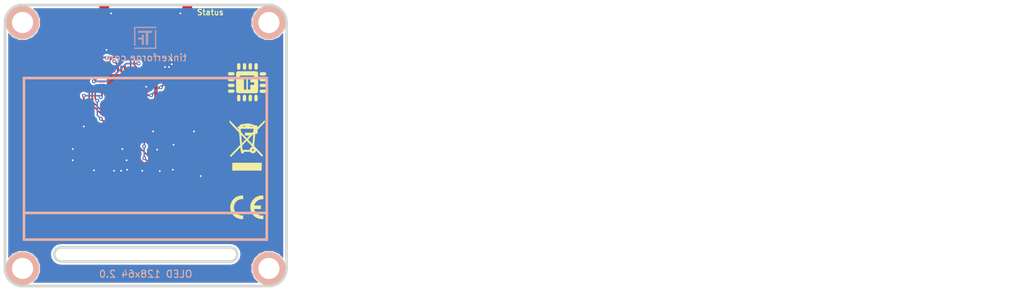
<source format=kicad_pcb>
(kicad_pcb (version 20221018) (generator pcbnew)
  (title_block (title "OLED 128x64") (date "2018-02-21") (rev "2.0") (company "Tinkerforfge GmbH") (comment 1 "Licensed under CERN OHL v.1.1") (comment 2 "Copyright (©) 2018, L.Lauer <lukas@tinkerforge.com>"))
  (layers (0 "F.Cu" signal) (31 "B.Cu" signal) (34 "B.Paste" user) (35 "F.Paste" user) (36 "B.SilkS" user "B.Silkscreen") (37 "F.SilkS" user "F.Silkscreen") (38 "B.Mask" user) (39 "F.Mask" user) (44 "Edge.Cuts" user))
  (net 0 "")
  (net 1 "GND")
  (net 2 "Net-(P1-Pad4)")
  (net 3 "Net-(P1-Pad5)")
  (net 4 "Net-(P1-Pad6)")
  (net 5 "Net-(C7-Pad2)")
  (net 6 "Net-(C10-Pad2)")
  (net 7 "Net-(R1-Pad1)")
  (net 8 "Net-(C8-Pad1)")
  (net 9 "Net-(C8-Pad2)")
  (net 10 "Net-(C11-Pad2)")
  (net 11 "Net-(C10-Pad1)")
  (net 12 "Net-(RP1-Pad5)")
  (net 13 "Net-(RP1-Pad6)")
  (net 14 "Net-(RP1-Pad7)")
  (net 15 "Net-(RP1-Pad8)")
  (net 16 "Net-(P1-Pad1)")
  (net 17 "Net-(U3-Pad7)")
  (net 18 "Net-(U3-Pad20)")
  (net 19 "Net-(C1-Pad1)")
  (net 20 "VCC")
  (net 21 "Net-(D1-Pad2)")
  (net 22 "Net-(P2-Pad1)")
  (net 23 "Net-(P3-Pad2)")
  (net 24 "Net-(R2-Pad1)")
  (net 25 "M-CS")
  (net 26 "DC")
  (net 27 "M-CLK")
  (net 28 "M-MOSI")
  (net 29 "S-MISO")
  (net 30 "S-MOSI")
  (net 31 "S-CLK")
  (net 32 "S-CS")
  (net 33 "Net-(U1-Pad3)")
  (net 34 "Net-(U1-Pad5)")
  (net 35 "Net-(U1-Pad6)")
  (net 36 "Net-(U1-Pad8)")
  (net 37 "Net-(U1-Pad13)")
  (net 38 "Net-(U1-Pad14)")
  (net 39 "Net-(U1-Pad16)")
  (net 40 "Net-(U1-Pad17)")
  (net 41 "Net-(U1-Pad21)")
  (net 42 "OLED_RESET")
  (net 43 "Net-(U1-Pad4)")
  (footprint "kicad-libraries:DRILL_NP" (layer "F.Cu") (at 136.6 124.1)
    (fp_text reference "U4" hide)
    (fp_text value "DRILL" hide)
    (pad "" np_thru_hole circle (at 0 0) (size 2.99974 2.99974) (drill 2.99974) (layers "*.Cu" "*.Mask" "F.SilkS") (clearance 0.89916))
  )
  (footprint "kicad-libraries:DRILL_NP" (layer "F.Cu") (at 171.6 124.1)
    (fp_text reference "U5" hide)
    (fp_text value "DRILL" hide)
    (pad "" np_thru_hole circle (at 0 0) (size 2.99974 2.99974) (drill 2.99974) (layers "*.Cu" "*.Mask" "F.SilkS") (clearance 0.89916))
  )
  (footprint "kicad-libraries:DRILL_NP" (layer "F.Cu") (at 171.6 159.1)
    (fp_text reference "U6" hide)
    (fp_text value "DRILL" hide)
    (pad "" np_thru_hole circle (at 0 0) (size 2.99974 2.99974) (drill 2.99974) (layers "*.Cu" "*.Mask" "F.SilkS") (clearance 0.89916))
  )
  (footprint "kicad-libraries:WEEE_7mm" (layer "F.Cu") (at 168.5 141.6)
    (fp_text reference "G***" hide)
    (fp_text value "LOGO" hide)
  )
  (footprint "kicad-libraries:CE_5mm" (layer "F.Cu") (at 168.5 150.4)
    (fp_text reference "VAL" hide)
    (fp_text value "CE_5mm" hide)
  )
  (footprint "kicad-libraries:Fiducial_Mark" (layer "F.Cu") (at 167.1 123.1)
    (fp_text reference "Fiducial_Mark" hide)
    (fp_text value "VAL**" hide)
    (pad "1" smd circle (at 0 0) (size 1.00076 1.00076) (layers "F.Cu" "F.Mask") (clearance 0.65024))
  )
  (footprint "kicad-libraries:Fiducial_Mark" (layer "F.Cu") (at 141.1 123.1)
    (fp_text reference "Fiducial_Mark" hide)
    (fp_text value "VAL**" hide)
    (pad "1" smd circle (at 0 0) (size 1.00076 1.00076) (layers "F.Cu" "F.Mask") (clearance 0.65024))
  )
  (footprint "kicad-libraries:Fiducial_Mark" (layer "F.Cu") (at 169.6 154.6)
    (fp_text reference "Fiducial_Mark" hide)
    (fp_text value "VAL**" hide)
    (pad "1" smd circle (at 0 0) (size 1.00076 1.00076) (layers "F.Cu" "F.Mask") (clearance 0.65024))
  )
  (footprint "kicad-libraries:0603X4" (layer "F.Cu") (at 149.77 137.74 90)
    (fp_text reference "RP1")
    (fp_text value "2k2")
    (pad "1" smd rect (at 1.19888 -0.8509 90) (size 0.44958 0.89916) (layers "F.Cu" "F.Paste" "F.Mask") (net 25 "M-CS"))
    (pad "2" smd rect (at 0.39878 -0.8509 90) (size 0.44958 0.89916) (layers "F.Cu" "F.Paste" "F.Mask") (net 26 "DC"))
    (pad "3" smd rect (at -0.39878 -0.8509 90) (size 0.44958 0.89916) (layers "F.Cu" "F.Paste" "F.Mask") (net 27 "M-CLK"))
    (pad "4" smd rect (at -1.19888 -0.8509 90) (size 0.44958 0.89916) (layers "F.Cu" "F.Paste" "F.Mask") (net 28 "M-MOSI"))
    (pad "5" smd rect (at -1.19888 0.8509 90) (size 0.44958 0.89916) (layers "F.Cu" "F.Paste" "F.Mask") (net 12 "Net-(RP1-Pad5)"))
    (pad "6" smd rect (at -0.39878 0.8509 90) (size 0.44958 0.89916) (layers "F.Cu" "F.Paste" "F.Mask") (net 13 "Net-(RP1-Pad6)"))
    (pad "7" smd rect (at 0.39878 0.8509 90) (size 0.44958 0.89916) (layers "F.Cu" "F.Paste" "F.Mask") (net 14 "Net-(RP1-Pad7)"))
    (pad "8" smd rect (at 1.19888 0.8509 90) (size 0.44958 0.89916) (layers "F.Cu" "F.Paste" "F.Mask") (net 15 "Net-(RP1-Pad8)"))
  )
  (footprint "kicad-libraries:DRILL_NP" (layer "F.Cu") (at 136.6 159.1)
    (fp_text reference "U7" hide)
    (fp_text value "DRILL" hide)
    (pad "" np_thru_hole circle (at 0 0) (size 2.99974 2.99974) (drill 2.99974) (layers "*.Cu" "*.Mask" "F.SilkS") (clearance 0.89916))
  )
  (footprint "kicad-libraries:ER-CON30HT-1" (layer "F.Cu") (at 154.1 146.6)
    (fp_text reference "U3")
    (fp_text value "OLED013")
    (pad "" smd rect (at -8.79 2.325) (size 2 3) (layers "F.Cu" "F.Paste" "F.Mask"))
    (pad "" smd rect (at 8.79 2.325) (size 2 3) (layers "F.Cu" "F.Paste" "F.Mask"))
    (pad "1" smd rect (at 7.25 -0.2) (size 0.3 1.6) (layers "F.Cu" "F.Paste" "F.Mask") (net 1 "GND"))
    (pad "2" smd rect (at 6.75 -0.2) (size 0.3 1.6) (layers "F.Cu" "F.Paste" "F.Mask") (net 6 "Net-(C10-Pad2)"))
    (pad "3" smd rect (at 6.25 -0.2) (size 0.3 1.6) (layers "F.Cu" "F.Paste" "F.Mask") (net 11 "Net-(C10-Pad1)"))
    (pad "4" smd rect (at 5.75 -0.2) (size 0.3 1.6) (layers "F.Cu" "F.Paste" "F.Mask") (net 9 "Net-(C8-Pad2)"))
    (pad "5" smd rect (at 5.25 -0.2) (size 0.3 1.6) (layers "F.Cu" "F.Paste" "F.Mask") (net 8 "Net-(C8-Pad1)"))
    (pad "6" smd rect (at 4.75 -0.2) (size 0.3 1.6) (layers "F.Cu" "F.Paste" "F.Mask") (net 20 "VCC"))
    (pad "7" smd rect (at 4.25 -0.2) (size 0.3 1.6) (layers "F.Cu" "F.Paste" "F.Mask") (net 17 "Net-(U3-Pad7)"))
    (pad "8" smd rect (at 3.75 -0.2) (size 0.3 1.6) (layers "F.Cu" "F.Paste" "F.Mask") (net 1 "GND"))
    (pad "9" smd rect (at 3.25 -0.2) (size 0.3 1.6) (layers "F.Cu" "F.Paste" "F.Mask") (net 20 "VCC"))
    (pad "10" smd rect (at 2.75 -0.2) (size 0.3 1.6) (layers "F.Cu" "F.Paste" "F.Mask") (net 1 "GND"))
    (pad "11" smd rect (at 2.25 -0.2) (size 0.3 1.6) (layers "F.Cu" "F.Paste" "F.Mask") (net 1 "GND"))
    (pad "12" smd rect (at 1.75 -0.2) (size 0.3 1.6) (layers "F.Cu" "F.Paste" "F.Mask") (net 1 "GND"))
    (pad "13" smd rect (at 1.25 -0.2) (size 0.3 1.6) (layers "F.Cu" "F.Paste" "F.Mask") (net 15 "Net-(RP1-Pad8)"))
    (pad "14" smd rect (at 0.75 -0.2) (size 0.3 1.6) (layers "F.Cu" "F.Paste" "F.Mask") (net 42 "OLED_RESET"))
    (pad "15" smd rect (at 0.25 -0.2) (size 0.3 1.6) (layers "F.Cu" "F.Paste" "F.Mask") (net 14 "Net-(RP1-Pad7)"))
    (pad "16" smd rect (at -0.25 -0.2) (size 0.3 1.6) (layers "F.Cu" "F.Paste" "F.Mask") (net 1 "GND"))
    (pad "17" smd rect (at -0.75 -0.2) (size 0.3 1.6) (layers "F.Cu" "F.Paste" "F.Mask") (net 1 "GND"))
    (pad "18" smd rect (at -1.25 -0.2) (size 0.3 1.6) (layers "F.Cu" "F.Paste" "F.Mask") (net 13 "Net-(RP1-Pad6)"))
    (pad "19" smd rect (at -1.75 -0.2) (size 0.3 1.6) (layers "F.Cu" "F.Paste" "F.Mask") (net 12 "Net-(RP1-Pad5)"))
    (pad "20" smd rect (at -2.25 -0.2) (size 0.3 1.6) (layers "F.Cu" "F.Paste" "F.Mask") (net 18 "Net-(U3-Pad20)"))
    (pad "21" smd rect (at -2.75 -0.2) (size 0.3 1.6) (layers "F.Cu" "F.Paste" "F.Mask") (net 1 "GND"))
    (pad "22" smd rect (at -3.25 -0.2) (size 0.3 1.6) (layers "F.Cu" "F.Paste" "F.Mask") (net 1 "GND"))
    (pad "23" smd rect (at -3.75 -0.2) (size 0.3 1.6) (layers "F.Cu" "F.Paste" "F.Mask") (net 1 "GND"))
    (pad "24" smd rect (at -4.24 -0.2) (size 0.3 1.6) (layers "F.Cu" "F.Paste" "F.Mask") (net 1 "GND"))
    (pad "25" smd rect (at -4.75 -0.2) (size 0.3 1.6) (layers "F.Cu" "F.Paste" "F.Mask") (net 1 "GND"))
    (pad "26" smd rect (at -5.25 -0.2) (size 0.3 1.6) (layers "F.Cu" "F.Paste" "F.Mask") (net 7 "Net-(R1-Pad1)"))
    (pad "27" smd rect (at -5.75 -0.2) (size 0.3 1.6) (layers "F.Cu" "F.Paste" "F.Mask") (net 5 "Net-(C7-Pad2)"))
    (pad "28" smd rect (at -6.25 -0.2) (size 0.3 1.6) (layers "F.Cu" "F.Paste" "F.Mask") (net 10 "Net-(C11-Pad2)"))
    (pad "29" smd rect (at -6.75 -0.2) (size 0.3 1.6) (layers "F.Cu" "F.Paste" "F.Mask") (net 1 "GND"))
    (pad "30" smd rect (at -7.25 -0.2) (size 0.3 1.6) (layers "F.Cu" "F.Paste" "F.Mask") (net 1 "GND"))
  )
  (footprint "kicad-libraries:C0805" (layer "F.Cu") (at 156.15 140.5)
    (fp_text reference "C3")
    (fp_text value "4.7µF/25V")
    (pad "1" smd rect (at -1.00076 0) (size 1.00076 1.24968) (layers "F.Cu" "F.Paste" "F.Mask") (net 1 "GND") (clearance 0.14986))
    (pad "2" smd rect (at 1.00076 0) (size 1.00076 1.24968) (layers "F.Cu" "F.Paste" "F.Mask") (net 20 "VCC") (clearance 0.14986))
  )
  (footprint "kicad-libraries:C0805" (layer "F.Cu") (at 159.95 140.5 180)
    (fp_text reference "C5")
    (fp_text value "4.7µF/25V")
    (pad "1" smd rect (at -1.00076 0 180) (size 1.00076 1.24968) (layers "F.Cu" "F.Paste" "F.Mask") (net 1 "GND") (clearance 0.14986))
    (pad "2" smd rect (at 1.00076 0 180) (size 1.00076 1.24968) (layers "F.Cu" "F.Paste" "F.Mask") (net 20 "VCC") (clearance 0.14986))
  )
  (footprint "kicad-libraries:C0805" (layer "F.Cu") (at 149 142.1 180)
    (fp_text reference "C7")
    (fp_text value "4.7µF/25V")
    (pad "1" smd rect (at -1.00076 0 180) (size 1.00076 1.24968) (layers "F.Cu" "F.Paste" "F.Mask") (net 1 "GND") (clearance 0.14986))
    (pad "2" smd rect (at 1.00076 0 180) (size 1.00076 1.24968) (layers "F.Cu" "F.Paste" "F.Mask") (net 5 "Net-(C7-Pad2)") (clearance 0.14986))
  )
  (footprint "kicad-libraries:C0805" (layer "F.Cu") (at 145.5 142.1)
    (fp_text reference "C9")
    (fp_text value "10µF")
    (pad "1" smd rect (at -1.00076 0) (size 1.00076 1.24968) (layers "F.Cu" "F.Paste" "F.Mask") (net 1 "GND") (clearance 0.14986))
    (pad "2" smd rect (at 1.00076 0) (size 1.00076 1.24968) (layers "F.Cu" "F.Paste" "F.Mask") (net 10 "Net-(C11-Pad2)") (clearance 0.14986))
  )
  (footprint "kicad-libraries:C0805" (layer "F.Cu") (at 156.2 128.2)
    (fp_text reference "C12")
    (fp_text value "10uF")
    (pad "1" smd rect (at -1.00076 0) (size 1.00076 1.24968) (layers "F.Cu" "F.Paste" "F.Mask") (net 20 "VCC") (clearance 0.14986))
    (pad "2" smd rect (at 1.00076 0) (size 1.00076 1.24968) (layers "F.Cu" "F.Paste" "F.Mask") (net 1 "GND") (clearance 0.14986))
  )
  (footprint "kicad-libraries:C0603F" (layer "F.Cu") (at 156.3 129.7)
    (fp_text reference "C13")
    (fp_text value "1uF")
    (pad "1" smd rect (at -0.75 0) (size 0.9 0.9) (layers "F.Cu" "F.Paste" "F.Mask") (net 20 "VCC"))
    (pad "2" smd rect (at 0.75 0) (size 0.9 0.9) (layers "F.Cu" "F.Paste" "F.Mask") (net 1 "GND"))
  )
  (footprint "kicad-libraries:C0603F" (layer "F.Cu") (at 153.44 132.49 -90)
    (fp_text reference "C14")
    (fp_text value "100nF")
    (pad "1" smd rect (at -0.75 0 270) (size 0.9 0.9) (layers "F.Cu" "F.Paste" "F.Mask") (net 20 "VCC"))
    (pad "2" smd rect (at 0.75 0 270) (size 0.9 0.9) (layers "F.Cu" "F.Paste" "F.Mask") (net 1 "GND"))
  )
  (footprint "kicad-libraries:D0603F" (layer "F.Cu") (at 163.18 123.99)
    (fp_text reference "D1")
    (fp_text value "blue")
    (pad "1" smd rect (at -0.75 0) (size 0.9 0.9) (layers "F.Cu" "F.Paste" "F.Mask") (net 20 "VCC"))
    (pad "2" smd rect (at 0.75 0) (size 0.9 0.9) (layers "F.Cu" "F.Paste" "F.Mask") (net 21 "Net-(D1-Pad2)"))
  )
  (footprint "kicad-libraries:CON-SENSOR2" (layer "F.Cu") (at 154.1 121.6 180)
    (fp_text reference "P1")
    (fp_text value "CON-SENSOR2")
    (pad "1" smd rect (at -3.75 -4.6 180) (size 0.6 1.8) (layers "F.Cu" "F.Paste" "F.Mask") (net 16 "Net-(P1-Pad1)"))
    (pad "2" smd rect (at -2.5 -4.6 180) (size 0.6 1.8) (layers "F.Cu" "F.Paste" "F.Mask") (net 1 "GND"))
    (pad "3" smd rect (at -1.25 -4.6 180) (size 0.6 1.8) (layers "F.Cu" "F.Paste" "F.Mask") (net 20 "VCC"))
    (pad "4" smd rect (at 0 -4.6 180) (size 0.6 1.8) (layers "F.Cu" "F.Paste" "F.Mask") (net 2 "Net-(P1-Pad4)"))
    (pad "5" smd rect (at 1.25 -4.6 180) (size 0.6 1.8) (layers "F.Cu" "F.Paste" "F.Mask") (net 3 "Net-(P1-Pad5)"))
    (pad "6" smd rect (at 2.5 -4.6 180) (size 0.6 1.8) (layers "F.Cu" "F.Paste" "F.Mask") (net 4 "Net-(P1-Pad6)"))
    (pad "7" smd rect (at 3.75 -4.6 180) (size 0.6 1.8) (layers "F.Cu" "F.Paste" "F.Mask") (net 19 "Net-(C1-Pad1)"))
    (pad "EP" smd rect (at -5.9 -1.2 180) (size 1.4 2.4) (layers "F.Cu" "F.Paste" "F.Mask") (net 1 "GND"))
    (pad "EP" smd rect (at 5.9 -1.2 180) (size 1.4 2.4) (layers "F.Cu" "F.Paste" "F.Mask") (net 1 "GND"))
  )
  (footprint "kicad-libraries:DEBUG_PAD" (layer "F.Cu") (at 144.43 129.07)
    (fp_text reference "P2")
    (fp_text value "DEBUG")
    (pad "1" smd circle (at 0 0) (size 0.7 0.7) (layers "F.Cu" "F.Paste" "F.Mask") (net 22 "Net-(P2-Pad1)"))
  )
  (footprint "kicad-libraries:SolderJumper" (layer "F.Cu") (at 145.3 137.91 90)
    (fp_text reference "P3")
    (fp_text value "BOOT")
    (pad "1" smd rect (at -0.5 0 90) (size 0.4 1.4) (layers "F.Cu" "F.Mask") (net 1 "GND"))
    (pad "1" smd rect (at -0.225 -0.55 90) (size 0.95 0.3) (layers "F.Cu" "F.Mask") (net 1 "GND"))
    (pad "1" smd rect (at -0.225 0.55 90) (size 0.95 0.3) (layers "F.Cu" "F.Mask") (net 1 "GND"))
    (pad "2" smd rect (at 0.15 0 90) (size 0.6 0.5) (layers "F.Cu" "F.Mask") (net 23 "Net-(P3-Pad2)"))
    (pad "2" smd rect (at 0.55 0 90) (size 0.3 1.4) (layers "F.Cu" "F.Mask") (net 23 "Net-(P3-Pad2)"))
  )
  (footprint "kicad-libraries:R0603F" (layer "F.Cu") (at 163.18 125.33)
    (fp_text reference "R2")
    (fp_text value "1k")
    (pad "1" smd rect (at -0.75 0) (size 0.9 0.9) (layers "F.Cu" "F.Paste" "F.Mask") (net 24 "Net-(R2-Pad1)"))
    (pad "2" smd rect (at 0.75 0) (size 0.9 0.9) (layers "F.Cu" "F.Paste" "F.Mask") (net 21 "Net-(D1-Pad2)"))
  )
  (footprint "kicad-libraries:4X0402" (layer "F.Cu") (at 152.2 128.5 180)
    (fp_text reference "RP2")
    (fp_text value "82")
    (pad "1" smd rect (at -0.7493 0.575) (size 0.29972 0.65) (layers "F.Cu" "F.Paste" "F.Mask") (net 2 "Net-(P1-Pad4)"))
    (pad "2" smd rect (at -0.24892 0.575) (size 0.29972 0.65) (layers "F.Cu" "F.Paste" "F.Mask") (net 3 "Net-(P1-Pad5)"))
    (pad "3" smd rect (at 0.24892 0.575) (size 0.29972 0.65) (layers "F.Cu" "F.Paste" "F.Mask") (net 4 "Net-(P1-Pad6)"))
    (pad "4" smd rect (at 0.7493 0.575) (size 0.29972 0.65) (layers "F.Cu" "F.Paste" "F.Mask") (net 19 "Net-(C1-Pad1)"))
    (pad "5" smd rect (at 0.7493 -0.575 180) (size 0.29972 0.65) (layers "F.Cu" "F.Paste" "F.Mask") (net 29 "S-MISO"))
    (pad "6" smd rect (at 0.24892 -0.575 180) (size 0.29972 0.65) (layers "F.Cu" "F.Paste" "F.Mask") (net 30 "S-MOSI"))
    (pad "7" smd rect (at -0.24892 -0.575 180) (size 0.29972 0.65) (layers "F.Cu" "F.Paste" "F.Mask") (net 31 "S-CLK"))
    (pad "8" smd rect (at -0.7493 -0.575 180) (size 0.29972 0.65) (layers "F.Cu" "F.Paste" "F.Mask") (net 32 "S-CS"))
  )
  (footprint "kicad-libraries:QFN24-4x4mm-0.5mm" (layer "F.Cu") (at 149.89 132.74 90)
    (fp_text reference "U1")
    (fp_text value "XMC130024")
    (pad "1" smd oval (at -2.025 -1.25 90) (size 1 0.3) (layers "F.Cu" "F.Paste" "F.Mask") (net 28 "M-MOSI"))
    (pad "2" smd oval (at -2.025 -0.75 90) (size 1 0.3) (layers "F.Cu" "F.Paste" "F.Mask") (net 42 "OLED_RESET"))
    (pad "3" smd oval (at -2.025 -0.25 90) (size 1 0.3) (layers "F.Cu" "F.Paste" "F.Mask") (net 33 "Net-(U1-Pad3)"))
    (pad "4" smd oval (at -2.025 0.25 90) (size 1 0.3) (layers "F.Cu" "F.Paste" "F.Mask") (net 43 "Net-(U1-Pad4)"))
    (pad "5" smd oval (at -2.025 0.75 90) (size 1 0.3) (layers "F.Cu" "F.Paste" "F.Mask") (net 34 "Net-(U1-Pad5)"))
    (pad "6" smd oval (at -2.025 1.25 90) (size 1 0.3) (layers "F.Cu" "F.Paste" "F.Mask") (net 35 "Net-(U1-Pad6)"))
    (pad "7" smd oval (at -1.25 2.025 180) (size 1 0.3) (layers "F.Cu" "F.Paste" "F.Mask") (net 24 "Net-(R2-Pad1)"))
    (pad "8" smd oval (at -0.75 2.025 180) (size 1 0.3) (layers "F.Cu" "F.Paste" "F.Mask") (net 36 "Net-(U1-Pad8)"))
    (pad "9" smd oval (at -0.25 2.025 180) (size 1 0.3) (layers "F.Cu" "F.Paste" "F.Mask") (net 1 "GND"))
    (pad "10" smd oval (at 0.25 2.025 180) (size 1 0.3) (layers "F.Cu" "F.Paste" "F.Mask") (net 20 "VCC"))
    (pad "11" smd oval (at 0.75 2.025 180) (size 1 0.3) (layers "F.Cu" "F.Paste" "F.Mask") (net 31 "S-CLK"))
    (pad "12" smd oval (at 1.25 2.025 180) (size 1 0.3) (layers "F.Cu" "F.Paste" "F.Mask") (net 30 "S-MOSI"))
    (pad "13" smd oval (at 2.025 1.25 90) (size 1 0.3) (layers "F.Cu" "F.Paste" "F.Mask") (net 37 "Net-(U1-Pad13)"))
    (pad "14" smd oval (at 2.025 0.75 90) (size 1 0.3) (layers "F.Cu" "F.Paste" "F.Mask") (net 38 "Net-(U1-Pad14)"))
    (pad "15" smd oval (at 2.025 0.25 90) (size 1 0.3) (layers "F.Cu" "F.Paste" "F.Mask") (net 22 "Net-(P2-Pad1)"))
    (pad "16" smd oval (at 2.025 -0.25 90) (size 1 0.3) (layers "F.Cu" "F.Paste" "F.Mask") (net 39 "Net-(U1-Pad16)"))
    (pad "17" smd oval (at 2.025 -0.75 90) (size 1 0.3) (layers "F.Cu" "F.Paste" "F.Mask") (net 40 "Net-(U1-Pad17)"))
    (pad "18" smd oval (at 2.025 -1.25 90) (size 1 0.3) (layers "F.Cu" "F.Paste" "F.Mask") (net 29 "S-MISO"))
    (pad "19" smd oval (at 1.25 -2.025 180) (size 1 0.3) (layers "F.Cu" "F.Paste" "F.Mask") (net 26 "DC"))
    (pad "20" smd oval (at 0.75 -2.025 180) (size 1 0.3) (layers "F.Cu" "F.Paste" "F.Mask") (net 32 "S-CS"))
    (pad "21" smd oval (at 0.25 -2.025 180) (size 1 0.3) (layers "F.Cu" "F.Paste" "F.Mask") (net 41 "Net-(U1-Pad21)"))
    (pad "22" smd oval (at -0.25 -2.025 180) (size 1 0.3) (layers "F.Cu" "F.Paste" "F.Mask") (net 25 "M-CS"))
    (pad "23" smd oval (at -0.75 -2.025 180) (size 1 0.3) (layers "F.Cu" "F.Paste" "F.Mask") (net 27 "M-CLK"))
    (pad "24" smd oval (at -1.25 -2.025 180) (size 1 0.3) (layers "F.Cu" "F.Paste" "F.Mask") (net 23 "Net-(P3-Pad2)"))
    (pad "EXP" smd rect (at -0.65 -0.65 90) (size 1.3 1.3) (layers "F.Cu" "F.Paste" "F.Mask") (net 1 "GND"))
    (pad "EXP" smd rect (at -0.65 0.65 90) (size 1.3 1.3) (layers "F.Cu" "F.Paste" "F.Mask") (net 1 "GND"))
    (pad "EXP" smd rect (at 0.65 -0.65 90) (size 1.3 1.3) (layers "F.Cu" "F.Paste" "F.Mask") (net 1 "GND"))
    (pad "EXP" smd rect (at 0.65 0.65 90) (size 1.3 1.3) (layers "F.Cu" "F.Paste" "F.Mask") (net 1 "GND"))
  )
  (footprint "kicad-libraries:Logo_CoMCU" (layer "F.Cu") (at 168.5 132.6)
    (fp_text reference "G***" hide)
    (fp_text value "LOGO" hide)
  )
  (footprint "kicad-libraries:C0402F" (layer "F.Cu") (at 149.8 128 180)
    (fp_text reference "C1")
    (fp_text value "220pF")
    (pad "1" smd rect (at -0.5 0 180) (size 0.6 0.7) (layers "F.Cu" "F.Paste" "F.Mask") (net 19 "Net-(C1-Pad1)"))
    (pad "2" smd rect (at 0.5 0 180) (size 0.6 0.7) (layers "F.Cu" "F.Paste" "F.Mask") (net 1 "GND"))
  )
  (footprint "kicad-libraries:C0603F" (layer "F.Cu") (at 156.5 143.05 -90)
    (fp_text reference "C4")
    (fp_text value "100nF")
    (pad "1" smd rect (at -0.75 0 270) (size 0.9 0.9) (layers "F.Cu" "F.Paste" "F.Mask") (net 1 "GND"))
    (pad "2" smd rect (at 0.75 0 270) (size 0.9 0.9) (layers "F.Cu" "F.Paste" "F.Mask") (net 20 "VCC"))
  )
  (footprint "kicad-libraries:C0603F" (layer "F.Cu") (at 158.25 143.05 -90)
    (fp_text reference "C6")
    (fp_text value "100nF")
    (pad "1" smd rect (at -0.75 0 270) (size 0.9 0.9) (layers "F.Cu" "F.Paste" "F.Mask") (net 1 "GND"))
    (pad "2" smd rect (at 0.75 0 270) (size 0.9 0.9) (layers "F.Cu" "F.Paste" "F.Mask") (net 20 "VCC"))
  )
  (footprint "kicad-libraries:C0603F" (layer "F.Cu") (at 160.3 143.05 -90)
    (fp_text reference "C8")
    (fp_text value "1µF")
    (pad "1" smd rect (at -0.75 0 270) (size 0.9 0.9) (layers "F.Cu" "F.Paste" "F.Mask") (net 8 "Net-(C8-Pad1)"))
    (pad "2" smd rect (at 0.75 0 270) (size 0.9 0.9) (layers "F.Cu" "F.Paste" "F.Mask") (net 9 "Net-(C8-Pad2)"))
  )
  (footprint "kicad-libraries:C0603F" (layer "F.Cu") (at 161.8 143.05 90)
    (fp_text reference "C10")
    (fp_text value "1µF")
    (pad "1" smd rect (at -0.75 0 90) (size 0.9 0.9) (layers "F.Cu" "F.Paste" "F.Mask") (net 11 "Net-(C10-Pad1)"))
    (pad "2" smd rect (at 0.75 0 90) (size 0.9 0.9) (layers "F.Cu" "F.Paste" "F.Mask") (net 6 "Net-(C10-Pad2)"))
  )
  (footprint "kicad-libraries:C0603F" (layer "F.Cu") (at 145.4 143.7)
    (fp_text reference "C11")
    (fp_text value "100nF")
    (pad "1" smd rect (at -0.75 0) (size 0.9 0.9) (layers "F.Cu" "F.Paste" "F.Mask") (net 1 "GND"))
    (pad "2" smd rect (at 0.75 0) (size 0.9 0.9) (layers "F.Cu" "F.Paste" "F.Mask") (net 10 "Net-(C11-Pad2)"))
  )
  (footprint "kicad-libraries:R0603F" (layer "F.Cu") (at 149.7 143.7)
    (fp_text reference "R1")
    (fp_text value "390k")
    (pad "1" smd rect (at -0.75 0) (size 0.9 0.9) (layers "F.Cu" "F.Paste" "F.Mask") (net 7 "Net-(R1-Pad1)"))
    (pad "2" smd rect (at 0.75 0) (size 0.9 0.9) (layers "F.Cu" "F.Paste" "F.Mask") (net 1 "GND"))
  )
  (footprint "kicad-libraries:Logo_31x31" (layer "B.Cu") (at 155.6 124.7 180)
    (fp_text reference "G***" hide)
    (fp_text value "LOGO" hide)
  )
  (gr_line (start 171.3 155) (end 171.3 151.2) (stroke (width 0.381)) (layer "B.SilkS"))
  (gr_line (start 171.3 132) (end 171.3 151.2) (stroke (width 0.381)) (layer "B.SilkS"))
  (gr_line (start 136.8 151.2) (end 136.8 132) (stroke (width 0.381)) (layer "B.SilkS"))
  (gr_line (start 136.8 151.2) (end 136.8 155) (stroke (width 0.381)) (layer "B.SilkS"))
  (gr_line (start 136.8 155) (end 171.3 155) (stroke (width 0.381)) (layer "B.SilkS"))
  (gr_line (start 171.3 151.2) (end 136.8 151.2) (stroke (width 0.381)) (layer "B.SilkS"))
  (gr_line (start 136.8 132) (end 171.3 132) (stroke (width 0.381)) (layer "B.SilkS"))
  (gr_line (start 166.1 158.1) (end 142.1 158.1) (stroke (width 0.381)) (layer "Edge.Cuts"))
  (gr_arc (start 166.1 156.1) (mid 166.807107 156.392893) (end 167.1 157.1) (stroke (width 0.381)) (layer "Edge.Cuts"))
  (gr_line (start 171.6 121.6) (end 136.6 121.6) (stroke (width 0.381)) (layer "Edge.Cuts"))
  (gr_arc (start 134.1 124.1) (mid 134.832233 122.332233) (end 136.6 121.6) (stroke (width 0.381)) (layer "Edge.Cuts"))
  (gr_line (start 134.1 124.1) (end 134.1 159.1) (stroke (width 0.381)) (layer "Edge.Cuts"))
  (gr_arc (start 171.6 121.6) (mid 173.367767 122.332233) (end 174.1 124.1) (stroke (width 0.381)) (layer "Edge.Cuts"))
  (gr_arc (start 142.1 158.1) (mid 141.392893 157.807107) (end 141.1 157.1) (stroke (width 0.381)) (layer "Edge.Cuts"))
  (gr_arc (start 167.1 157.1) (mid 166.807107 157.807107) (end 166.1 158.1) (stroke (width 0.381)) (layer "Edge.Cuts"))
  (gr_line (start 136.6 161.6) (end 171.6 161.6) (stroke (width 0.381)) (layer "Edge.Cuts"))
  (gr_line (start 174.1 159.1) (end 174.1 124.1) (stroke (width 0.381)) (layer "Edge.Cuts"))
  (gr_line (start 142.1 156.1) (end 166.1 156.1) (stroke (width 0.381)) (layer "Edge.Cuts"))
  (gr_arc (start 136.6 161.6) (mid 134.832233 160.867767) (end 134.1 159.1) (stroke (width 0.381)) (layer "Edge.Cuts"))
  (gr_arc (start 141.1 157.1) (mid 141.392893 156.392893) (end 142.1 156.1) (stroke (width 0.381)) (layer "Edge.Cuts"))
  (gr_arc (start 174.1 159.1) (mid 173.367767 160.867767) (end 171.6 161.6) (stroke (width 0.381)) (layer "Edge.Cuts"))
  (gr_text "tinkerforge.com" (at 154.1 129.1) (layer "B.SilkS") (effects (font (size 1 1)) (justify mirror)))
  (gr_text "OLED 128x64 2.0" (at 154.1 159.9) (layer "B.SilkS") (effects (font (size 1 1)) (justify mirror)))
  (gr_text "Status" (at 163.28 122.65) (layer "F.SilkS") (effects (font (size 0.8 0.8))))
  (segment (start 149.35 145.45) (end 149.6 145.2) (width 0.254) (layer "F.Cu") (net 1))
  (segment (start 149.86 145.46) (end 149.6 145.2) (width 0.254) (layer "F.Cu") (net 1))
  (segment (start 150.35 145.45) (end 150.6 145.2) (width 0.254) (layer "F.Cu") (net 1))
  (segment (start 150.85 145.45) (end 150.6 145.2) (width 0.254) (layer "F.Cu") (net 1))
  (segment (start 151.35 145.15) (end 151.45 145.05) (width 0.254) (layer "F.Cu") (net 1))
  (segment (start 153.35 145.45) (end 153.6 145.2) (width 0.254) (layer "F.Cu") (net 1))
  (segment (start 153.85 145.45) (end 153.6 145.2) (width 0.254) (layer "F.Cu") (net 1))
  (segment (start 156.35 145.5) (end 156.1 145.25) (width 0.254) (layer "F.Cu") (net 1))
  (segment (start 156.85 145.65) (end 156.45 145.25) (width 0.254) (layer "F.Cu") (net 1))
  (segment (start 156.45 145.25) (end 156.1 145.25) (width 0.254) (layer "F.Cu") (net 1))
  (segment (start 155.85 145.5) (end 156.1 145.25) (width 0.254) (layer "F.Cu") (net 1))
  (segment (start 157.85 145.15) (end 157.95 145.05) (width 0.254) (layer "F.Cu") (net 1))
  (segment (start 161.35 146.2) (end 161.6 145.95) (width 0.254) (layer "F.Cu") (net 1))
  (segment (start 161.6 145.95) (end 161.9 145.95) (width 0.254) (layer "F.Cu") (net 1))
  (segment (start 158.25 141.7) (end 158.05 141.5) (width 0.5) (layer "F.Cu") (net 1))
  (segment (start 156.6 127.69924) (end 157.10076 128.2) (width 0.55) (layer "F.Cu") (net 1))
  (segment (start 157.20076 129.54924) (end 157.05 129.7) (width 0.55) (layer "F.Cu") (net 1))
  (segment (start 157.54 129.7) (end 157.78 129.46) (width 0.55) (layer "F.Cu") (net 1))
  (segment (start 157.79 130.03) (end 157.46 129.7) (width 0.55) (layer "F.Cu") (net 1))
  (segment (start 157.05 130.08) (end 157.4 130.43) (width 0.55) (layer "F.Cu") (net 1))
  (segment (start 157.05 130.22) (end 156.84 130.43) (width 0.55) (layer "F.Cu") (net 1))
  (segment (start 157.4 130.42) (end 157.79 130.03) (width 0.55) (layer "F.Cu") (net 1))
  (segment (start 157.79 129.47) (end 157.78 129.46) (width 0.55) (layer "F.Cu") (net 1))
  (segment (start 156.84 129.91) (end 157.05 129.7) (width 0.55) (layer "F.Cu") (net 1))
  (segment (start 152.61 132.99) (end 152.86 133.24) (width 0.2) (layer "F.Cu") (net 1))
  (segment (start 152.86 133.24) (end 153.44 133.24) (width 0.2) (layer "F.Cu") (net 1))
  (segment (start 150.94 132.99) (end 150.54 133.39) (width 0.2) (layer "F.Cu") (net 1))
  (segment (start 149.24 133.39) (end 149.24 132.09) (width 0.2) (layer "F.Cu") (net 1))
  (segment (start 155.14924 139.60076) (end 155.15 139.6) (width 0.55) (layer "F.Cu") (net 1))
  (segment (start 160.95076 139.60076) (end 160.95 139.6) (width 0.55) (layer "F.Cu") (net 1))
  (segment (start 147.35 145.515688) (end 147.134312 145.3) (width 0.25) (layer "F.Cu") (net 1))
  (segment (start 147.134312 145.3) (end 146.99 145.3) (width 0.25) (layer "F.Cu") (net 1))
  (segment (start 146.99 145.3) (end 146.85 145.44) (width 0.25) (layer "F.Cu") (net 1))
  (segment (start 146.85 145.44) (end 146.85 146.4) (width 0.25) (layer "F.Cu") (net 1))
  (segment (start 146.85 145.23) (end 146.76 145.14) (width 0.25) (layer "F.Cu") (net 1))
  (segment (start 155.7201 142.1999) (end 155.72 142.2) (width 0.55) (layer "F.Cu") (net 1))
  (segment (start 144.75 138.35) (end 144.81 138.41) (width 0.2) (layer "F.Cu") (net 1))
  (segment (start 144.81 138.41) (end 145.75 138.41) (width 0.2) (layer "F.Cu") (net 1))
  (segment (start 145.75 138.41) (end 145.87 138.29) (width 0.2) (layer "F.Cu") (net 1))
  (segment (start 145.87 138.29) (end 145.87 138.1) (width 0.2) (layer "F.Cu") (net 1))
  (segment (start 145.87 138.1) (end 145.85 138.135) (width 0.2) (layer "F.Cu") (net 1))
  (segment (start 156.35 146.4) (end 156.35 145.5) (width 0.254) (layer "F.Cu") (net 1))
  (segment (start 160 122.8) (end 159.02 122.8) (width 0.55) (layer "F.Cu") (net 1))
  (segment (start 149.86 146.4) (end 149.86 145.46) (width 0.254) (layer "F.Cu") (net 1))
  (segment (start 144.5499 143.7) (end 143.72 143.7) (width 0.55) (layer "F.Cu") (net 1))
  (segment (start 161.35 146.4) (end 161.35 146.2) (width 0.254) (layer "F.Cu") (net 1))
  (segment (start 150.54 133.39) (end 149.24 133.39) (width 0.2) (layer "F.Cu") (net 1))
  (segment (start 150.00076 142.1) (end 150.78 142.1) (width 0.55) (layer "F.Cu") (net 1))
  (segment (start 160.95076 140.5) (end 160.95076 139.60076) (width 0.55) (layer "F.Cu") (net 1))
  (segment (start 155.85 146.4) (end 155.85 145.5) (width 0.254) (layer "F.Cu") (net 1))
  (segment (start 148.2 122.8) (end 149.18 122.8) (width 0.55) (layer "F.Cu") (net 1))
  (segment (start 157.05 129.7) (end 157.46 129.7) (width 0.55) (layer "F.Cu") (net 1))
  (segment (start 150.85 146.4) (end 150.85 145.45) (width 0.254) (layer "F.Cu") (net 1))
  (segment (start 151.35 146.4) (end 151.35 145.15) (width 0.254) (layer "F.Cu") (net 1))
  (segment (start 157.4 130.43) (end 157.4 130.42) (width 0.55) (layer "F.Cu") (net 1))
  (segment (start 149.15 128) (end 148.52 128) (width 0.55) (layer "F.Cu") (net 1))
  (segment (start 151.915 132.99) (end 152.61 132.99) (width 0.2) (layer "F.Cu") (net 1))
  (segment (start 157.79 130.03) (end 157.79 129.47) (width 0.55) (layer "F.Cu") (net 1))
  (segment (start 147.35 146.4) (end 147.35 145.515688) (width 0.25) (layer "F.Cu") (net 1))
  (segment (start 156.5 142.1999) (end 155.7201 142.1999) (width 0.55) (layer "F.Cu") (net 1))
  (segment (start 157.05 130.22) (end 157.05 129.7) (width 0.55) (layer "F.Cu") (net 1))
  (segment (start 149.35 145.45) (end 149.35 146.4) (width 0.254) (layer "F.Cu") (net 1))
  (segment (start 145.3 138.41) (end 145.3 138.9) (width 0.2) (layer "F.Cu") (net 1))
  (segment (start 153.85 146.4) (end 153.85 145.45) (width 0.254) (layer "F.Cu") (net 1))
  (segment (start 150.35 145.45) (end 150.35 146.4) (width 0.254) (layer "F.Cu") (net 1))
  (segment (start 157.85 146.4) (end 157.85 145.15) (width 0.254) (layer "F.Cu") (net 1))
  (segment (start 150.5501 143.7) (end 151.38 143.7) (width 0.55) (layer "F.Cu") (net 1))
  (segment (start 155.14924 140.5) (end 155.14924 139.60076) (width 0.55) (layer "F.Cu") (net 1))
  (segment (start 151.915 132.99) (end 150.94 132.99) (width 0.2) (layer "F.Cu") (net 1))
  (segment (start 144.49924 142.1) (end 143.72 142.1) (width 0.55) (layer "F.Cu") (net 1))
  (segment (start 157.20076 128.2) (end 157.20076 129.54924) (width 0.55) (layer "F.Cu") (net 1))
  (segment (start 156.84 130.43) (end 156.84 129.91) (width 0.55) (layer "F.Cu") (net 1))
  (segment (start 158.25 142.1999) (end 158.25 141.7) (width 0.5) (layer "F.Cu") (net 1))
  (segment (start 150.54 132.09) (end 149.24 132.09) (width 0.2) (layer "F.Cu") (net 1))
  (segment (start 156.85 146.4) (end 156.85 145.65) (width 0.254) (layer "F.Cu") (net 1))
  (segment (start 153.44 133.24) (end 154.17 133.24) (width 0.55) (layer "F.Cu") (net 1))
  (segment (start 144.75 138.135) (end 144.75 138.35) (width 0.2) (layer "F.Cu") (net 1))
  (segment (start 157.54 129.7) (end 157.05 129.7) (width 0.55) (layer "F.Cu") (net 1))
  (segment (start 156.6 126.2) (end 156.6 127.69924) (width 0.55) (layer "F.Cu") (net 1))
  (segment (start 153.35 145.45) (end 153.35 146.4) (width 0.254) (layer "F.Cu") (net 1))
  (segment (start 146.85 145.44) (end 146.85 145.23) (width 0.25) (layer "F.Cu") (net 1))
  (segment (start 156.84 130.43) (end 157.4 130.43) (width 0.55) (layer "F.Cu") (net 1))
  (via (at 155.72 142.2) (size 0.55) (drill 0.25) (layers "F.Cu" "B.Cu") (net 1))
  (via (at 145.3 138.9) (size 0.55) (drill 0.25) (layers "F.Cu" "B.Cu") (net 1))
  (via (at 156.1 145.25) (size 0.55) (drill 0.25) (layers "F.Cu" "B.Cu") (net 1))
  (via (at 156.84 130.43) (size 0.55) (drill 0.25) (layers "F.Cu" "B.Cu") (net 1))
  (via (at 160.95 139.6) (size 0.55) (drill 0.25) (layers "F.Cu" "B.Cu") (net 1))
  (via (at 154.17 133.24) (size 0.55) (drill 0.25) (layers "F.Cu" "B.Cu") (net 1))
  (via (at 143.72 143.7) (size 0.55) (drill 0.25) (layers "F.Cu" "B.Cu") (net 1))
  (via (at 143.72 142.1) (size 0.55) (drill 0.25) (layers "F.Cu" "B.Cu") (net 1))
  (via (at 157.79 130.03) (size 0.55) (drill 0.25) (layers "F.Cu" "B.Cu") (net 1))
  (via (at 155.15 139.6) (size 0.55) (drill 0.25) (layers "F.Cu" "B.Cu") (net 1))
  (via (at 153.6 145.2) (size 0.55) (drill 0.25) (layers "F.Cu" "B.Cu") (net 1))
  (via (at 148.52 128) (size 0.55) (drill 0.25) (layers "F.Cu" "B.Cu") (net 1))
  (via (at 157.95 145.05) (size 0.55) (drill 0.25) (layers "F.Cu" "B.Cu") (net 1))
  (via (at 149.6 145.2) (size 0.55) (drill 0.25) (layers "F.Cu" "B.Cu") (net 1))
  (via (at 161.9 145.95) (size 0.55) (drill 0.25) (layers "F.Cu" "B.Cu") (net 1))
  (via (at 158.05 141.5) (size 0.55) (drill 0.25) (layers "F.Cu" "B.Cu") (net 1))
  (via (at 150.78 142.1) (size 0.55) (drill 0.25) (layers "F.Cu" "B.Cu") (net 1))
  (via (at 149.18 122.8) (size 0.55) (drill 0.25) (layers "F.Cu" "B.Cu") (net 1))
  (via (at 151.45 145.05) (size 0.55) (drill 0.25) (layers "F.Cu" "B.Cu") (net 1))
  (via (at 159.02 122.8) (size 0.55) (drill 0.25) (layers "F.Cu" "B.Cu") (net 1))
  (via (at 150.6 145.2) (size 0.55) (drill 0.25) (layers "F.Cu" "B.Cu") (net 1))
  (via (at 151.38 143.7) (size 0.55) (drill 0.25) (layers "F.Cu" "B.Cu") (net 1))
  (via (at 157.78 129.46) (size 0.55) (drill 0.25) (layers "F.Cu" "B.Cu") (net 1))
  (via (at 146.76 145.14) (size 0.55) (drill 0.25) (layers "F.Cu" "B.Cu") (net 1))
  (via (at 157.4 130.43) (size 0.55) (drill 0.25) (layers "F.Cu" "B.Cu") (net 1))
  (segment (start 154.1 126.63) (end 153.34 127.39) (width 0.2) (layer "F.Cu") (net 2))
  (segment (start 153.34 127.39) (end 153.13 127.39) (width 0.2) (layer "F.Cu") (net 2))
  (segment (start 153.13 127.39) (end 152.9493 127.5707) (width 0.2) (layer "F.Cu") (net 2))
  (segment (start 152.9493 127.5707) (end 152.9493 127.925) (width 0.2) (layer "F.Cu") (net 2))
  (segment (start 154.1 126.2) (end 154.1 126.63) (width 0.2) (layer "F.Cu") (net 2))
  (segment (start 152.85 127.08) (end 152.44892 127.48108) (width 0.2) (layer "F.Cu") (net 3))
  (segment (start 152.44892 127.48108) (end 152.44892 127.925) (width 0.2) (layer "F.Cu") (net 3))
  (segment (start 152.85 126.2) (end 152.85 127.08) (width 0.2) (layer "F.Cu") (net 3))
  (segment (start 151.6 127.1) (end 151.95108 127.45108) (width 0.2) (layer "F.Cu") (net 4))
  (segment (start 151.95108 127.45108) (end 151.95108 127.925) (width 0.2) (layer "F.Cu") (net 4))
  (segment (start 151.6 126.2) (end 151.6 127.1) (width 0.2) (layer "F.Cu") (net 4))
  (segment (start 148.35 145.25) (end 147.8 144.7) (width 0.25) (layer "F.Cu") (net 5))
  (segment (start 147.8 144.7) (end 147.8 142.29924) (width 0.25) (layer "F.Cu") (net 5))
  (segment (start 147.8 142.29924) (end 147.99924 142.1) (width 0.254) (layer "F.Cu") (net 5))
  (segment (start 148.35 146.4) (end 148.35 145.25) (width 0.254) (layer "F.Cu") (net 5))
  (segment (start 160.85 145.494002) (end 161.094002 145.25) (width 0.254) (layer "F.Cu") (net 6))
  (segment (start 161.094002 145.25) (end 162.15 145.25) (width 0.254) (layer "F.Cu") (net 6))
  (segment (start 162.15 145.25) (end 162.65 144.75) (width 0.254) (layer "F.Cu") (net 6))
  (segment (start 162.65 144.75) (end 162.65 143.0499) (width 0.254) (layer "F.Cu") (net 6))
  (segment (start 162.65 143.0499) (end 161.8 142.1999) (width 0.254) (layer "F.Cu") (net 6))
  (segment (start 160.85 146.4) (end 160.85 145.494002) (width 0.254) (layer "F.Cu") (net 6))
  (segment (start 148.85 143.7001) (end 148.8499 143.7) (width 0.254) (layer "F.Cu") (net 7))
  (segment (start 148.85 146.4) (end 148.85 143.7001) (width 0.254) (layer "F.Cu") (net 7))
  (segment (start 159.35 144.95) (end 159.35 144.95) (width 0.254) (layer "F.Cu") (net 8))
  (segment (start 159.35 144.95) (end 159.35 143.2499) (width 0.254) (layer "F.Cu") (net 8))
  (segment (start 159.35 143.2499) (end 160.1 142.4999) (width 0.254) (layer "F.Cu") (net 8))
  (segment (start 159.35 146.4) (end 159.35 144.95) (width 0.254) (layer "F.Cu") (net 8))
  (segment (start 159.85 145.05) (end 160 144.9) (width 0.254) (layer "F.Cu") (net 9))
  (segment (start 160 144.9) (end 160 143.9501) (width 0.254) (layer "F.Cu") (net 9))
  (segment (start 159.85 146.4) (end 159.85 145.05) (width 0.254) (layer "F.Cu") (net 9))
  (segment (start 147.85 145.45) (end 146.2501 143.8501) (width 0.25) (layer "F.Cu") (net 10))
  (segment (start 146.2501 143.8501) (end 146.2501 143.7) (width 0.254) (layer "F.Cu") (net 10))
  (segment (start 146.2501 142.35066) (end 146.50076 142.1) (width 0.254) (layer "F.Cu") (net 10))
  (segment (start 146.2501 143.7) (end 146.2501 142.35066) (width 0.254) (layer "F.Cu") (net 10))
  (segment (start 147.85 146.4) (end 147.85 145.45) (width 0.254) (layer "F.Cu") (net 10))
  (segment (start 160.35 145.35) (end 160.9 144.8) (width 0.254) (layer "F.Cu") (net 11))
  (segment (start 160.9 144.8) (end 161.45 144.8) (width 0.254) (layer "F.Cu") (net 11))
  (segment (start 161.45 144.8) (end 161.8 144.45) (width 0.254) (layer "F.Cu") (net 11))
  (segment (start 161.8 144.45) (end 161.8 143.9001) (width 0.254) (layer "F.Cu") (net 11))
  (segment (start 160.35 146.4) (end 160.35 145.35) (width 0.254) (layer "F.Cu") (net 11))
  (segment (start 151.28888 138.93888) (end 152.01 139.66) (width 0.2) (layer "F.Cu") (net 12))
  (segment (start 152.01 139.66) (end 152.01 143.34) (width 0.2) (layer "F.Cu") (net 12))
  (segment (start 152.01 143.34) (end 152.35 143.68) (width 0.2) (layer "F.Cu") (net 12))
  (segment (start 152.35 143.68) (end 152.35 146.4) (width 0.2) (layer "F.Cu") (net 12))
  (segment (start 150.6209 138.93888) (end 151.28888 138.93888) (width 0.2) (layer "F.Cu") (net 12))
  (segment (start 151.24878 138.13878) (end 152.41 139.3) (width 0.2) (layer "F.Cu") (net 13))
  (segment (start 152.41 139.3) (end 152.41 142.84) (width 0.2) (layer "F.Cu") (net 13))
  (segment (start 152.41 142.84) (end 152.85 143.28) (width 0.2) (layer "F.Cu") (net 13))
  (segment (start 152.85 143.28) (end 152.85 146.4) (width 0.2) (layer "F.Cu") (net 13))
  (segment (start 150.6209 138.13878) (end 151.24878 138.13878) (width 0.2) (layer "F.Cu") (net 13))
  (segment (start 154.35 144.65) (end 153.3 143.6) (width 0.2) (layer "F.Cu") (net 14))
  (segment (start 153.3 143.6) (end 153.3 142.84) (width 0.2) (layer "F.Cu") (net 14))
  (segment (start 153.3 142.84) (end 152.81 142.35) (width 0.2) (layer "F.Cu") (net 14))
  (segment (start 152.81 142.35) (end 152.81 138.94) (width 0.2) (layer "F.Cu") (net 14))
  (segment (start 152.81 138.94) (end 151.21122 137.34122) (width 0.2) (layer "F.Cu") (net 14))
  (segment (start 151.21122 137.34122) (end 150.6209 137.34122) (width 0.2) (layer "F.Cu") (net 14))
  (segment (start 154.35 146.4) (end 154.35 144.65) (width 0.2) (layer "F.Cu") (net 14))
  (segment (start 155.35 144) (end 153.22 141.87) (width 0.2) (layer "F.Cu") (net 15))
  (segment (start 153.22 141.87) (end 153.22 138.52) (width 0.2) (layer "F.Cu") (net 15))
  (segment (start 153.22 138.52) (end 151.24112 136.54112) (width 0.2) (layer "F.Cu") (net 15))
  (segment (start 151.24112 136.54112) (end 150.6209 136.54112) (width 0.2) (layer "F.Cu") (net 15))
  (segment (start 155.35 146.4) (end 155.35 144) (width 0.2) (layer "F.Cu") (net 15))
  (segment (start 150.35 127.9) (end 150.45 128) (width 0.2) (layer "F.Cu") (net 19))
  (segment (start 151.3757 128) (end 151.4507 127.925) (width 0.2) (layer "F.Cu") (net 19))
  (segment (start 150.35 126.2) (end 150.35 127.9) (width 0.2) (layer "F.Cu") (net 19))
  (segment (start 150.45 128) (end 151.3757 128) (width 0.2) (layer "F.Cu") (net 19))
  (segment (start 158.85 144.95) (end 158.25 144.35) (width 0.254) (layer "F.Cu") (net 20))
  (segment (start 158.25 144.35) (end 158.25 143.9001) (width 0.254) (layer "F.Cu") (net 20))
  (segment (start 158.25 143.7) (end 159.15 142.8) (width 0.254) (layer "F.Cu") (net 20))
  (segment (start 159.15 142.8) (end 159.15 140.70076) (width 0.254) (layer "F.Cu") (net 20))
  (segment (start 159.15 140.70076) (end 158.94924 140.5) (width 0.254) (layer "F.Cu") (net 20))
  (segment (start 157.35 145.5) (end 156.5 144.65) (width 0.254) (layer "F.Cu") (net 20))
  (segment (start 156.5 144.65) (end 156.5 143.9001) (width 0.254) (layer "F.Cu") (net 20))
  (segment (start 156.6499 143.9001) (end 157.35 143.2) (width 0.254) (layer "F.Cu") (net 20))
  (segment (start 157.35 143.2) (end 157.35 140.69924) (width 0.254) (layer "F.Cu") (net 20))
  (segment (start 157.35 140.69924) (end 157.15076 140.5) (width 0.254) (layer "F.Cu") (net 20))
  (segment (start 158.1 139.55076) (end 157.15076 140.5) (width 0.5) (layer "F.Cu") (net 20))
  (segment (start 158.1 139.65076) (end 158.94924 140.5) (width 0.5) (layer "F.Cu") (net 20))
  (segment (start 155.35 127.94924) (end 155.09924 128.2) (width 0.55) (layer "F.Cu") (net 20))
  (segment (start 155.19924 128.79924) (end 155.55 129.15) (width 0.55) (layer "F.Cu") (net 20))
  (segment (start 155.55 129.15) (end 155.55 129.7) (width 0.55) (layer "F.Cu") (net 20))
  (segment (start 153.09 132.49) (end 153.44 132.14) (width 0.2) (layer "F.Cu") (net 20))
  (segment (start 153.44 132.14) (end 153.44 131.74) (width 0.2) (layer "F.Cu") (net 20))
  (segment (start 153.44 130.77) (end 154.51 129.7) (width 0.25) (layer "F.Cu") (net 20))
  (segment (start 154.51 129.7) (end 155.55 129.7) (width 0.25) (layer "F.Cu") (net 20))
  (segment (start 155.55 136.28) (end 158.1 138.83) (width 0.5) (layer "F.Cu") (net 20))
  (segment (start 158.1 138.83) (end 158.1 139.55076) (width 0.5) (layer "F.Cu") (net 20))
  (segment (start 155.55 130.64) (end 155.55 136.28) (width 0.5) (layer "F.Cu") (net 20))
  (segment (start 155.62 130.64) (end 156.09 131.11) (width 0.25) (layer "F.Cu") (net 20))
  (segment (start 156.09 131.11) (end 158.12 131.11) (width 0.25) (layer "F.Cu") (net 20))
  (segment (start 158.12 131.11) (end 161 128.23) (width 0.25) (layer "F.Cu") (net 20))
  (segment (start 161 128.23) (end 161 124.67) (width 0.25) (layer "F.Cu") (net 20))
  (segment (start 161 124.67) (end 161.68 123.99) (width 0.25) (layer "F.Cu") (net 20))
  (segment (start 161.68 123.99) (end 162.43 123.99) (width 0.25) (layer "F.Cu") (net 20))
  (segment (start 156.5 143.9001) (end 156.6499 143.9001) (width 0.254) (layer "F.Cu") (net 20))
  (segment (start 157.35 146.4) (end 157.35 145.5) (width 0.254) (layer "F.Cu") (net 20))
  (segment (start 158.1 139.55076) (end 158.1 139.65076) (width 0.5) (layer "F.Cu") (net 20))
  (segment (start 151.915 132.49) (end 153.09 132.49) (width 0.2) (layer "F.Cu") (net 20))
  (segment (start 155.55 129.7) (end 155.55 130.64) (width 0.5) (layer "F.Cu") (net 20))
  (segment (start 158.85 146.4) (end 158.85 144.95) (width 0.254) (layer "F.Cu") (net 20))
  (segment (start 155.35 126.2) (end 155.35 127.94924) (width 0.55) (layer "F.Cu") (net 20))
  (segment (start 155.19924 128.2) (end 155.19924 128.79924) (width 0.55) (layer "F.Cu") (net 20))
  (segment (start 158.25 143.9001) (end 158.25 143.7) (width 0.254) (layer "F.Cu") (net 20))
  (segment (start 155.55 130.64) (end 155.62 130.64) (width 0.25) (layer "F.Cu") (net 20))
  (segment (start 153.44 131.74) (end 153.44 130.77) (width 0.25) (layer "F.Cu") (net 20))
  (segment (start 163.93 123.99) (end 163.93 125.33) (width 0.25) (layer "F.Cu") (net 21))
  (segment (start 150.14 130.11) (end 149.65 129.62) (width 0.25) (layer "F.Cu") (net 22))
  (segment (start 148.56 129.11) (end 148.53 129.08) (width 0.25) (layer "F.Cu") (net 22))
  (segment (start 148.53 129.08) (end 144.45 129.08) (width 0.25) (layer "F.Cu") (net 22))
  (segment (start 150.14 130.715) (end 150.14 130.11) (width 0.25) (layer "F.Cu") (net 22))
  (via (at 149.65 129.62) (size 0.55) (drill 0.25) (layers "F.Cu" "B.Cu") (net 22))
  (via (at 148.56 129.11) (size 0.55) (drill 0.25) (layers "F.Cu" "B.Cu") (net 22))
  (segment (start 149.65 129.62) (end 149.14 129.11) (width 0.25) (layer "B.Cu") (net 22))
  (segment (start 149.14 129.11) (end 148.56 129.11) (width 0.25) (layer "B.Cu") (net 22))
  (segment (start 147.865 134.565) (end 147.71 134.72) (width 0.25) (layer "F.Cu") (net 23))
  (segment (start 145.3 134.51) (end 145.3 134.52) (width 0.25) (layer "F.Cu") (net 23))
  (segment (start 145.3 134.52) (end 145.3 137.36) (width 0.25) (layer "F.Cu") (net 23))
  (segment (start 147.865 133.99) (end 147.865 134.565) (width 0.25) (layer "F.Cu") (net 23))
  (segment (start 145.3 137.36) (end 145.3 137.76) (width 0.25) (layer "F.Cu") (net 23))
  (via (at 147.71 134.72) (size 0.55) (drill 0.25) (layers "F.Cu" "B.Cu") (net 23))
  (via (at 145.3 134.51) (size 0.55) (drill 0.25) (layers "F.Cu" "B.Cu") (net 23))
  (segment (start 147.71 134.72) (end 147.5 134.51) (width 0.25) (layer "B.Cu") (net 23))
  (segment (start 147.5 134.51) (end 145.3 134.51) (width 0.25) (layer "B.Cu") (net 23))
  (segment (start 152.57 133.99) (end 153.04 134.46) (width 0.25) (layer "F.Cu") (net 24))
  (segment (start 153.04 134.46) (end 154.87 134.46) (width 0.25) (layer "F.Cu") (net 24))
  (segment (start 156.24 133.34) (end 157.92 131.66) (width 0.25) (layer "F.Cu") (net 24))
  (segment (start 157.92 131.66) (end 158.46 131.66) (width 0.25) (layer "F.Cu") (net 24))
  (segment (start 158.46 131.66) (end 162.43 127.69) (width 0.25) (layer "F.Cu") (net 24))
  (segment (start 162.43 127.69) (end 162.43 125.33) (width 0.25) (layer "F.Cu") (net 24))
  (segment (start 151.915 133.99) (end 152.57 133.99) (width 0.25) (layer "F.Cu") (net 24))
  (via (at 154.87 134.46) (size 0.55) (drill 0.25) (layers "F.Cu" "B.Cu") (net 24))
  (via (at 156.24 133.34) (size 0.55) (drill 0.25) (layers "F.Cu" "B.Cu") (net 24))
  (segment (start 154.87 134.46) (end 155.99 133.34) (width 0.25) (layer "B.Cu") (net 24))
  (segment (start 155.99 133.34) (end 156.24 133.34) (width 0.25) (layer "B.Cu") (net 24))
  (segment (start 147.721122 136.54112) (end 146.490002 135.31) (width 0.2) (layer "F.Cu") (net 25))
  (segment (start 146.490002 135.31) (end 146.490002 133.489998) (width 0.2) (layer "F.Cu") (net 25))
  (segment (start 146.490002 133.489998) (end 146.99 132.99) (width 0.2) (layer "F.Cu") (net 25))
  (segment (start 146.99 132.99) (end 147.865 132.99) (width 0.2) (layer "F.Cu") (net 25))
  (segment (start 148.9191 136.54112) (end 147.721122 136.54112) (width 0.2) (layer "F.Cu") (net 25))
  (segment (start 147.99122 137.34122) (end 147.52 136.87) (width 0.2) (layer "F.Cu") (net 26))
  (segment (start 146.27 135.61) (end 146.07 135.41) (width 0.2) (layer "F.Cu") (net 26))
  (segment (start 146.07 135.41) (end 146.07 132.3) (width 0.2) (layer "F.Cu") (net 26))
  (segment (start 146.07 132.3) (end 146.88 131.49) (width 0.2) (layer "F.Cu") (net 26))
  (segment (start 146.88 131.49) (end 147.865 131.49) (width 0.2) (layer "F.Cu") (net 26))
  (segment (start 147.52 136.86) (end 146.27 135.61) (width 0.2) (layer "F.Cu") (net 26))
  (segment (start 148.9191 137.34122) (end 147.99122 137.34122) (width 0.2) (layer "F.Cu") (net 26))
  (segment (start 147.52 136.87) (end 147.52 136.86) (width 0.2) (layer "F.Cu") (net 26))
  (segment (start 148.06878 138.13878) (end 147.73 137.8) (width 0.2) (layer "F.Cu") (net 27))
  (segment (start 147.22 135.22) (end 146.92 134.92) (width 0.2) (layer "F.Cu") (net 27))
  (segment (start 146.92 134.92) (end 146.92 133.71) (width 0.2) (layer "F.Cu") (net 27))
  (segment (start 146.92 133.71) (end 147.14 133.49) (width 0.2) (layer "F.Cu") (net 27))
  (segment (start 147.14 133.49) (end 147.865 133.49) (width 0.2) (layer "F.Cu") (net 27))
  (segment (start 148.9191 138.13878) (end 148.06878 138.13878) (width 0.2) (layer "F.Cu") (net 27))
  (via (at 147.73 137.8) (size 0.55) (drill 0.25) (layers "F.Cu" "B.Cu") (net 27))
  (via (at 147.22 135.22) (size 0.55) (drill 0.25) (layers "F.Cu" "B.Cu") (net 27))
  (segment (start 147.73 137.8) (end 147.22 137.29) (width 0.2) (layer "B.Cu") (net 27))
  (segment (start 147.22 137.29) (end 147.22 135.22) (width 0.2) (layer "B.Cu") (net 27))
  (segment (start 149.50112 138.93888) (end 149.76 138.68) (width 0.2) (layer "F.Cu") (net 28))
  (segment (start 149.76 138.68) (end 149.76 136.24) (width 0.2) (layer "F.Cu") (net 28))
  (segment (start 149.76 136.24) (end 149.46 135.94) (width 0.2) (layer "F.Cu") (net 28))
  (segment (start 149.46 135.94) (end 148.82 135.94) (width 0.2) (layer "F.Cu") (net 28))
  (segment (start 148.82 135.94) (end 148.64 135.76) (width 0.2) (layer "F.Cu") (net 28))
  (segment (start 148.64 135.76) (end 148.64 134.765) (width 0.2) (layer "F.Cu") (net 28))
  (segment (start 148.9191 138.93888) (end 149.50112 138.93888) (width 0.2) (layer "F.Cu") (net 28))
  (segment (start 149.425 129.075) (end 148.64 129.86) (width 0.2) (layer "F.Cu") (net 29))
  (segment (start 148.64 129.86) (end 148.64 130.715) (width 0.2) (layer "F.Cu") (net 29))
  (segment (start 151.4507 129.075) (end 149.425 129.075) (width 0.2) (layer "F.Cu") (net 29))
  (segment (start 151.95108 131.45392) (end 151.915 131.49) (width 0.2) (layer "F.Cu") (net 30))
  (segment (start 151.95108 129.075) (end 151.95108 131.45392) (width 0.2) (layer "F.Cu") (net 30))
  (segment (start 152.51 131.99) (end 152.73 131.77) (width 0.2) (layer "F.Cu") (net 31))
  (segment (start 152.73 131.77) (end 152.73 130.37) (width 0.2) (layer "F.Cu") (net 31))
  (segment (start 152.73 130.37) (end 152.44892 130.08892) (width 0.2) (layer "F.Cu") (net 31))
  (segment (start 152.44892 130.08892) (end 152.44892 129.075) (width 0.2) (layer "F.Cu") (net 31))
  (segment (start 151.915 131.99) (end 152.51 131.99) (width 0.2) (layer "F.Cu") (net 31))
  (segment (start 147.21 131.99) (end 146.73 132.47) (width 0.25) (layer "F.Cu") (net 32))
  (segment (start 153.1 129.94) (end 152.9493 129.7893) (width 0.25) (layer "F.Cu") (net 32))
  (segment (start 152.9493 129.7893) (end 152.9493 129.075) (width 0.25) (layer "F.Cu") (net 32))
  (segment (start 147.865 131.99) (end 147.21 131.99) (width 0.25) (layer "F.Cu") (net 32))
  (via (at 153.1 129.94) (size 0.55) (drill 0.25) (layers "F.Cu" "B.Cu") (net 32))
  (via (at 146.73 132.47) (size 0.55) (drill 0.25) (layers "F.Cu" "B.Cu") (net 32))
  (segment (start 146.73 132.47) (end 148.8 132.47) (width 0.25) (layer "B.Cu") (net 32))
  (segment (start 148.8 132.47) (end 151.33 129.94) (width 0.25) (layer "B.Cu") (net 32))
  (segment (start 151.33 129.94) (end 153.1 129.94) (width 0.25) (layer "B.Cu") (net 32))
  (segment (start 154.85 144.37) (end 153.89 143.41) (width 0.2) (layer "F.Cu") (net 42))
  (segment (start 153.88 141.74) (end 153.88 138.36) (width 0.2) (layer "F.Cu") (net 42))
  (segment (start 153.88 138.36) (end 151.35 135.83) (width 0.2) (layer "F.Cu") (net 42))
  (segment (start 151.35 135.83) (end 149.95 135.83) (width 0.2) (layer "F.Cu") (net 42))
  (segment (start 149.95 135.83) (end 149.709998 135.589998) (width 0.2) (layer "F.Cu") (net 42))
  (segment (start 149.709998 135.589998) (end 149.339998 135.589998) (width 0.2) (layer "F.Cu") (net 42))
  (segment (start 149.339998 135.589998) (end 149.14 135.39) (width 0.2) (layer "F.Cu") (net 42))
  (segment (start 149.14 135.39) (end 149.14 134.765) (width 0.2) (layer "F.Cu") (net 42))
  (segment (start 154.85 146.4) (end 154.85 144.37) (width 0.2) (layer "F.Cu") (net 42))
  (via (at 153.89 143.41) (size 0.55) (drill 0.25) (layers "F.Cu" "B.Cu") (net 42))
  (via (at 153.88 141.74) (size 0.55) (drill 0.25) (layers "F.Cu" "B.Cu") (net 42))
  (segment (start 153.89 143.41) (end 153.88 143.4) (width 0.2) (layer "B.Cu") (net 42))
  (segment (start 153.88 143.4) (end 153.88 141.74) (width 0.2) (layer "B.Cu") (net 42))
  (zone (net 1) (net_name "GND") (layer "B.Cu") (connect_pads (clearance 0.2)) (min_thickness 0.15) (fill yes (thermal_gap 0) (thermal_bridge_width 0.2))
    (polygon (pts (xy 134.1 121.6) (xy 174.1 121.6) (xy 174.1 161.6) (xy 134.1 161.6)))
  )
)
</source>
